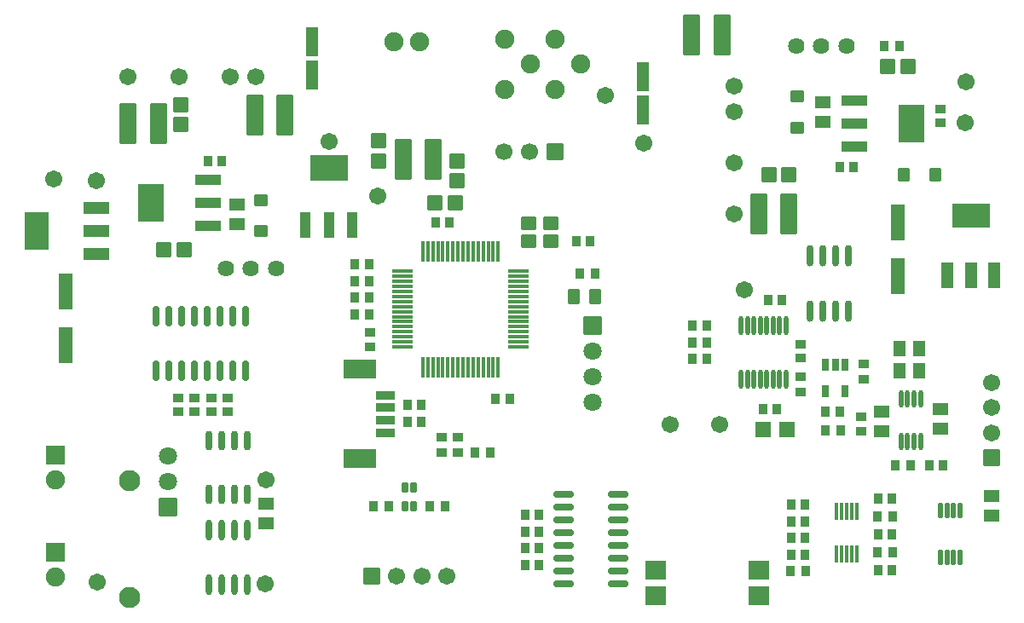
<source format=gts>
G04 Layer: TopSolderMaskLayer*
G04 EasyEDA Pro v2.2.42.2, 2025-09-26 15:24:21*
G04 Gerber Generator version 0.3*
G04 Scale: 100 percent, Rotated: No, Reflected: No*
G04 Dimensions in millimeters*
G04 Leading zeros omitted, absolute positions, 4 integers and 5 decimals*
G04 Generated by one-click*
%FSLAX45Y45*%
%MOMM*%
%AMRoundRect*1,1,$1,$2,$3*1,1,$1,$4,$5*1,1,$1,0-$2,0-$3*1,1,$1,0-$4,0-$5*20,1,$1,$2,$3,$4,$5,0*20,1,$1,$4,$5,0-$2,0-$3,0*20,1,$1,0-$2,0-$3,0-$4,0-$5,0*20,1,$1,0-$4,0-$5,$2,$3,0*4,1,4,$2,$3,$4,$5,0-$2,0-$3,0-$4,0-$5,$2,$3,0*%
%ADD10C,1.7032*%
%ADD11RoundRect,0.09131X-0.40514X0.45514X0.40514X0.45514*%
%ADD12RoundRect,0.09131X-0.45514X-0.40514X-0.45514X0.40514*%
%ADD13RoundRect,0.09495X-0.70833X0.67833X0.70833X0.67833*%
%ADD14RoundRect,0.09495X-0.67833X-0.70833X-0.67833X0.70833*%
%ADD15RoundRect,0.09499X-0.7533X0.68275X0.7533X0.68275*%
%ADD16RoundRect,0.09502X-0.9025X-0.9025X-0.9025X0.9025*%
%ADD17C,1.90002*%
%ADD18RoundRect,0.09302X-0.60429X-0.50429X-0.60429X0.50429*%
%ADD19RoundRect,0.0937X-0.50429X0.60429X0.50429X0.60429*%
%ADD20RoundRect,0.09302X-0.50429X0.60429X0.50429X0.60429*%
%ADD21C,2.1016*%
%ADD22RoundRect,0.09588X-0.80286X1.95286X0.80286X1.95286*%
%ADD23RoundRect,0.09131X-0.40514X0.43715X0.40514X0.43715*%
%ADD24RoundRect,0.09131X-0.43715X-0.40514X-0.43715X0.40514*%
%ADD25RoundRect,0.09302X-0.50429X0.70406X0.50429X0.70406*%
%ADD26O,0.7316X1.9666*%
%ADD27RoundRect,0.09618X-0.85271X-0.85271X-0.85271X0.85271*%
%ADD28C,1.8016*%
%ADD29RoundRect,0.09138X-0.43711X-0.40835X-0.43711X0.40835*%
%ADD30RoundRect,0.09138X-0.40835X0.43711X0.40835X0.43711*%
%ADD31RoundRect,0.09387X-0.69237X-0.57013X-0.69237X0.57013*%
%ADD32C,1.6256*%
%ADD33RoundRect,0.09387X-0.57013X0.69237X0.57013X0.69237*%
%ADD34O,2.1016X0.4016*%
%ADD35O,0.4016X2.1016*%
%ADD36RoundRect,0.09447X-0.80278X0.80278X0.80278X0.80278*%
%ADD37C,1.70002*%
%ADD38C,1.7016*%
%ADD39RoundRect,0.09368X-0.55396X-1.40396X-0.55396X1.40396*%
%ADD40RoundRect,0.09288X-1.23936X0.49437X1.23936X0.49437*%
%ADD41RoundRect,0.09774X-1.23693X1.80193X1.23693X1.80193*%
%ADD42O,0.4572X1.9164*%
%ADD43O,0.68961X2.1466*%
%ADD44RoundRect,0.08875X-0.30643X-0.55642X-0.30643X0.55642*%
%ADD45RoundRect,0.09562X-0.80299X-0.76499X-0.80299X0.76499*%
%ADD46O,0.38161X1.72161*%
%ADD47O,2.07259X0.70361*%
%ADD48RoundRect,0.09645X-1.00257X-0.90257X-1.00257X0.90257*%
%ADD49RoundRect,0.09288X-0.49437X-1.23936X-0.49437X1.23936*%
%ADD50RoundRect,0.09774X-1.80193X-1.23693X-1.80193X1.23693*%
%ADD51RoundRect,0.09002X-0.905X-0.405X-0.905X0.405*%
%ADD52RoundRect,0.09502X-1.5525X-0.9025X-1.5525X0.9025*%
%ADD53RoundRect,0.15487X-0.24817X0.39917X0.24817X0.39917*%
%ADD54RoundRect,0.09424X-0.70368X0.60368X0.70368X0.60368*%
%ADD55O,0.70361X2.07259*%
%ADD56RoundRect,0.09424X-0.60368X-1.75367X-0.60368X1.75367*%
%ADD57RoundRect,0.09368X-0.55396X-1.25396X-0.55396X1.25396*%
%ADD58RoundRect,0.09754X-1.80203X-1.17203X-1.80203X1.17203*%
%ADD59RoundRect,0.09368X-1.25396X0.55396X1.25396X0.55396*%
%ADD60RoundRect,0.09754X-1.17203X1.80203X1.17203X1.80203*%
%ADD61O,0.46561X1.7636*%
%ADD62RoundRect,0.09562X-0.76499X0.80299X0.76499X0.80299*%
%ADD63C,1.9016*%
%ADD64O,0.67X2.05181*%
%ADD65RoundRect,0.08466X-0.21147X0.70697X0.21147X0.70697*%
G75*


G04 Pad Start*
G54D10*
G01X5873208Y-1067180D03*
G54D11*
G01X4184498Y-2324100D03*
G01X4324502Y-2324100D03*
G54D12*
G01X3530600Y-3562502D03*
G01X3530600Y-3422498D03*
G54D11*
G01X4921402Y-4076700D03*
G01X4781398Y-4076700D03*
G54D13*
G01X4179900Y-2133600D03*
G01X4379900Y-2133600D03*
G54D14*
G01X4394200Y-1716100D03*
G01X4394200Y-1916100D03*
G01X3616634Y-1713563D03*
G01X3616634Y-1513563D03*
G54D11*
G01X8337702Y-1778000D03*
G01X8197698Y-1778000D03*
G54D13*
G01X8677215Y-780448D03*
G01X8877215Y-780448D03*
G54D12*
G01X9194800Y-1340002D03*
G01X9194800Y-1199998D03*
G54D11*
G01X1923898Y-1714500D03*
G01X2063902Y-1714500D03*
G54D13*
G01X1687297Y-2598715D03*
G01X1487297Y-2598715D03*
G54D11*
G01X7486498Y-3098800D03*
G01X7626502Y-3098800D03*
G54D12*
G01X7810500Y-3676802D03*
G01X7810500Y-3536798D03*
G54D11*
G01X8718702Y-5067300D03*
G01X8578698Y-5067300D03*
G01X8578698Y-5778500D03*
G01X8718702Y-5778500D03*
G01X7434148Y-4177759D03*
G01X7574153Y-4177759D03*
G54D15*
G01X7676490Y-4383750D03*
G01X7436510Y-4383750D03*
G54D16*
G01X406400Y-4637507D03*
G54D17*
G01X406400Y-4887493D03*
G54D16*
G01X406400Y-5602707D03*
G54D17*
G01X406400Y-5852693D03*
G54D18*
G01X7772400Y-1076909D03*
G01X7772400Y-1386891D03*
G54D20*
G01X9146591Y-1854200D03*
G01X8836609Y-1854200D03*
G54D18*
G01X2451100Y-2415591D03*
G01X2451100Y-2105609D03*
G54D21*
G01X1143000Y-4893691D03*
G01X1143000Y-6053709D03*
G54D22*
G01X4163212Y-1701800D03*
G01X3863188Y-1701800D03*
G54D23*
G01X3905110Y-4305300D03*
G01X4045090Y-4305300D03*
G01X3905110Y-4140200D03*
G01X4045090Y-4140200D03*
G54D22*
G01X6729567Y-461340D03*
G01X7029592Y-461340D03*
G01X7394743Y-2239340D03*
G01X7694767Y-2239340D03*
G01X2690012Y-1257300D03*
G01X2389988Y-1257300D03*
G01X1132688Y-1346200D03*
G01X1432712Y-1346200D03*
G54D23*
G01X6877190Y-3683000D03*
G01X6737210Y-3683000D03*
G01X6877190Y-3517900D03*
G01X6737210Y-3517900D03*
G01X6877190Y-3352800D03*
G01X6737210Y-3352800D03*
G01X7855090Y-5461000D03*
G01X7715110Y-5461000D03*
G01X7855090Y-5626100D03*
G01X7715110Y-5626100D03*
G01X7855090Y-5130800D03*
G01X7715110Y-5130800D03*
G01X7855090Y-5295900D03*
G01X7715110Y-5295900D03*
G01X5073510Y-5727700D03*
G01X5213490Y-5727700D03*
G01X5073510Y-5562600D03*
G01X5213490Y-5562600D03*
G01X5071868Y-5396948D03*
G01X5211848Y-5396948D03*
G01X5073510Y-5232400D03*
G01X5213490Y-5232400D03*
G54D24*
G01X2120900Y-4070210D03*
G01X2120900Y-4210190D03*
G01X1790700Y-4070210D03*
G01X1790700Y-4210190D03*
G01X1955800Y-4070210D03*
G01X1955800Y-4210190D03*
G01X1625600Y-4070210D03*
G01X1625600Y-4210190D03*
G54D23*
G01X3384410Y-2908300D03*
G01X3524390Y-2908300D03*
G01X3384410Y-3238500D03*
G01X3524390Y-3238500D03*
G01X3384410Y-2743200D03*
G01X3524390Y-2743200D03*
G01X3384410Y-3073400D03*
G01X3524390Y-3073400D03*
G54D25*
G01X5559171Y-3060700D03*
G01X5769229Y-3060700D03*
G54D26*
G01X2311400Y-4494251D03*
G01X2184400Y-4494251D03*
G01X2057400Y-4494251D03*
G01X1930400Y-4494251D03*
G01X2311400Y-5030749D03*
G01X2184400Y-5030749D03*
G01X2057400Y-5030749D03*
G01X1930400Y-5030749D03*
G54D27*
G01X1529406Y-5154381D03*
G54D28*
G01X1529406Y-4900381D03*
G01X1529406Y-4646381D03*
G54D29*
G01X4406900Y-4458564D03*
G01X4406900Y-4609236D03*
G01X4241800Y-4458564D03*
G01X4241800Y-4609236D03*
G54D30*
G01X5614264Y-2832100D03*
G01X5764936Y-2832100D03*
G54D31*
G01X8026400Y-1331900D03*
G01X8026400Y-1131900D03*
G54D32*
G01X8013687Y-571500D03*
G01X8263700Y-571500D03*
G01X7763701Y-571500D03*
G54D31*
G01X2209800Y-2147900D03*
G01X2209800Y-2347900D03*
G54D32*
G01X2349487Y-2781300D03*
G01X2599500Y-2781300D03*
G01X2099501Y-2781300D03*
G54D33*
G01X8790000Y-3797300D03*
G01X8990000Y-3797300D03*
G54D30*
G01X8573364Y-5245100D03*
G01X8724036Y-5245100D03*
G01X8573364Y-5600700D03*
G01X8724036Y-5600700D03*
G01X7860436Y-5791200D03*
G01X7709764Y-5791200D03*
G54D34*
G01X5007280Y-2812694D03*
G01X5007280Y-2862707D03*
G01X5007280Y-2912694D03*
G01X5007280Y-2962707D03*
G01X5007280Y-3012694D03*
G01X5007280Y-3062707D03*
G01X5007280Y-3112694D03*
G01X5007280Y-3162706D03*
G01X5007280Y-3212694D03*
G01X5007280Y-3262706D03*
G01X5007280Y-3312693D03*
G01X5007280Y-3362706D03*
G01X5007280Y-3412693D03*
G01X5007280Y-3462706D03*
G01X5007280Y-3512693D03*
G01X5007280Y-3562706D03*
G54D35*
G01X4807306Y-3762680D03*
G01X4757293Y-3762680D03*
G01X4707306Y-3762680D03*
G01X4657293Y-3762680D03*
G01X4607306Y-3762680D03*
G01X4557293Y-3762680D03*
G01X4507306Y-3762680D03*
G01X4457294Y-3762680D03*
G01X4407306Y-3762680D03*
G01X4357294Y-3762680D03*
G01X4307307Y-3762680D03*
G01X4257294Y-3762680D03*
G01X4207307Y-3762680D03*
G01X4157294Y-3762680D03*
G01X4107307Y-3762680D03*
G01X4057294Y-3762680D03*
G54D34*
G01X3857320Y-3562706D03*
G01X3857320Y-3512693D03*
G01X3857320Y-3462706D03*
G01X3857320Y-3412693D03*
G01X3857320Y-3362706D03*
G01X3857320Y-3312693D03*
G01X3857320Y-3262706D03*
G01X3857320Y-3212694D03*
G01X3857320Y-3162706D03*
G01X3857320Y-3112694D03*
G01X3857320Y-3062707D03*
G01X3857320Y-3012694D03*
G01X3857320Y-2962707D03*
G01X3857320Y-2912694D03*
G01X3857320Y-2862707D03*
G01X3857320Y-2812694D03*
G54D35*
G01X4057294Y-2612720D03*
G01X4107307Y-2612720D03*
G01X4157294Y-2612720D03*
G01X4207307Y-2612720D03*
G01X4257294Y-2612720D03*
G01X4307307Y-2612720D03*
G01X4357294Y-2612720D03*
G01X4407306Y-2612720D03*
G01X4457294Y-2612720D03*
G01X4507306Y-2612720D03*
G01X4557293Y-2612720D03*
G01X4607306Y-2612720D03*
G01X4657293Y-2612720D03*
G01X4707306Y-2612720D03*
G01X4757293Y-2612720D03*
G01X4807306Y-2612720D03*
G54D17*
G01X4874966Y-503131D03*
G01X5374965Y-503131D03*
G01X5124978Y-753118D03*
G01X5624977Y-753118D03*
G01X4874966Y-1003130D03*
G01X5374965Y-1003130D03*
G54D36*
G01X5372100Y-1625600D03*
G54D37*
G01X5118100Y-1625600D03*
G01X4864100Y-1625600D03*
G54D38*
G01X7146280Y-969340D03*
G01X7146280Y-1223340D03*
G01X7146280Y-1731340D03*
G01X7146280Y-2239340D03*
G54D39*
G01X6244580Y-879488D03*
G01X6244580Y-1211593D03*
G54D40*
G01X8339811Y-1116203D03*
G01X8339811Y-1346200D03*
G01X8339811Y-1576197D03*
G54D41*
G01X8906789Y-1346200D03*
G54D38*
G01X2400300Y-876300D03*
G01X2146300Y-876300D03*
G01X1638300Y-876300D03*
G01X1130300Y-876300D03*
G54D39*
G01X2959100Y-864552D03*
G01X2959100Y-532447D03*
G54D40*
G01X1921789Y-2363597D03*
G01X1921789Y-2133600D03*
G01X1921789Y-1903603D03*
G54D41*
G01X1354811Y-2133600D03*
G54D42*
G01X7664450Y-3354019D03*
G01X7600950Y-3354019D03*
G01X7537450Y-3354019D03*
G01X7473950Y-3354019D03*
G01X7410450Y-3354019D03*
G01X7346950Y-3354019D03*
G01X7283450Y-3354019D03*
G01X7219950Y-3354019D03*
G01X7664450Y-3884981D03*
G01X7600950Y-3884981D03*
G01X7537450Y-3884981D03*
G01X7473950Y-3884981D03*
G01X7410450Y-3884981D03*
G01X7346950Y-3884981D03*
G01X7283450Y-3884981D03*
G01X7219950Y-3884981D03*
G54D43*
G01X8280400Y-2656459D03*
G01X8153400Y-2656459D03*
G01X8026400Y-2656459D03*
G01X7899400Y-2656459D03*
G01X8280400Y-3210941D03*
G01X8153400Y-3210941D03*
G01X8026400Y-3210941D03*
G01X7899400Y-3210941D03*
G54D44*
G01X8248396Y-4003510D03*
G01X8058404Y-4003510D03*
G01X8058404Y-3743490D03*
G01X8153400Y-3743490D03*
G01X8248396Y-3743490D03*
G54D38*
G01X9702800Y-3917594D03*
G01X9702800Y-4167607D03*
G01X9702800Y-4417593D03*
G54D45*
G01X9702800Y-4667606D03*
G54D46*
G01X8167700Y-5621198D03*
G01X8217713Y-5621198D03*
G01X8267700Y-5621198D03*
G01X8317713Y-5621198D03*
G01X8367700Y-5621198D03*
G01X8167700Y-5199202D03*
G01X8217713Y-5199202D03*
G01X8267700Y-5199202D03*
G01X8317713Y-5199202D03*
G01X8367700Y-5199202D03*
G54D47*
G01X5454142Y-5029200D03*
G01X5454142Y-5156200D03*
G01X5454142Y-5283200D03*
G01X5454142Y-5410200D03*
G01X5454142Y-5537200D03*
G01X5454142Y-5664200D03*
G01X5454142Y-5791200D03*
G01X5454142Y-5918200D03*
G01X6001258Y-5029200D03*
G01X6001258Y-5156200D03*
G01X6001258Y-5283200D03*
G01X6001258Y-5410200D03*
G01X6001258Y-5537200D03*
G01X6001258Y-5664200D03*
G01X6001258Y-5791200D03*
G01X6001258Y-5918200D03*
G54D48*
G01X6373404Y-5778500D03*
G01X6373404Y-6032500D03*
G01X7393417Y-6032500D03*
G01X7393417Y-5778500D03*
G54D49*
G01X2894203Y-2353589D03*
G01X3124200Y-2353589D03*
G01X3354197Y-2353589D03*
G54D50*
G01X3124200Y-1786611D03*
G54D51*
G01X3682627Y-4041584D03*
G01X3682627Y-4166603D03*
G01X3682627Y-4291597D03*
G01X3682627Y-4416590D03*
G54D52*
G01X3429376Y-3786594D03*
G01X3429376Y-4671606D03*
G54D27*
G01X5740400Y-3352800D03*
G54D28*
G01X5740400Y-3606800D03*
G01X5740400Y-3860800D03*
G01X5740400Y-4114800D03*
G54D53*
G01X3964305Y-5147099D03*
G01X3884295Y-5147097D03*
G01X3884295Y-4962101D03*
G01X3964305Y-4962101D03*
G54D30*
G01X4572864Y-4610100D03*
G01X4723536Y-4610100D03*
G01X3720236Y-5143500D03*
G01X3569564Y-5143500D03*
G01X4128364Y-5143500D03*
G01X4279036Y-5143500D03*
G54D11*
G01X5581498Y-2514600D03*
G01X5721502Y-2514600D03*
G54D54*
G01X5329707Y-2338197D03*
G01X5109693Y-2338197D03*
G01X5109693Y-2513203D03*
G01X5329707Y-2513203D03*
G54D13*
G01X7694600Y-1854200D03*
G01X7494600Y-1854200D03*
G54D14*
G01X1651000Y-1357300D03*
G01X1651000Y-1157300D03*
G54D11*
G01X8718702Y-5422900D03*
G01X8578698Y-5422900D03*
G54D55*
G01X2298700Y-3257042D03*
G01X2171700Y-3257042D03*
G01X2044700Y-3257042D03*
G01X1917700Y-3257042D03*
G01X1790700Y-3257042D03*
G01X1663700Y-3257042D03*
G01X1536700Y-3257042D03*
G01X1409700Y-3257042D03*
G01X2298700Y-3804158D03*
G01X2171700Y-3804158D03*
G01X2044700Y-3804158D03*
G01X1917700Y-3804158D03*
G01X1790700Y-3804158D03*
G01X1663700Y-3804158D03*
G01X1536700Y-3804158D03*
G01X1409700Y-3804158D03*
G54D56*
G01X8775687Y-2857787D03*
G01X8775687Y-2323803D03*
G01X507987Y-3543587D03*
G01X507987Y-3009603D03*
G54D30*
G01X8636864Y-571500D03*
G01X8787536Y-571500D03*
G54D57*
G01X9269603Y-2849695D03*
G01X9499600Y-2849695D03*
G01X9729597Y-2849695D03*
G54D58*
G01X9499600Y-2255703D03*
G54D59*
G01X817695Y-2642997D03*
G01X817695Y-2413000D03*
G01X817695Y-2183003D03*
G54D60*
G01X223703Y-2413000D03*
G54D11*
G01X9086698Y-4737100D03*
G01X9226702Y-4737100D03*
G54D29*
G01X7810500Y-4012336D03*
G01X7810500Y-3861664D03*
G54D30*
G01X8901836Y-4737100D03*
G01X8751164Y-4737100D03*
G54D61*
G01X9000211Y-4079494D03*
G01X8935187Y-4079494D03*
G01X8870188Y-4079494D03*
G01X8805189Y-4079494D03*
G01X9000211Y-4505706D03*
G01X8935187Y-4505706D03*
G01X8870188Y-4505706D03*
G01X8805189Y-4505706D03*
G54D38*
G01X4299306Y-5842000D03*
G01X4049293Y-5842000D03*
G01X3799307Y-5842000D03*
G54D62*
G01X3549294Y-5842000D03*
G54D63*
G01X3773805Y-533400D03*
G01X4023995Y-533400D03*
G54D38*
G01X7001408Y-4330700D03*
G01X6511392Y-4330700D03*
G54D10*
G01X3613019Y-2068690D03*
G01X3128890Y-1522590D03*
G01X9443930Y-1338285D03*
G01X817413Y-1913781D03*
G01X6248604Y-1535763D03*
G01X9449004Y-925805D03*
G01X393904Y-1896930D03*
G01X7249598Y-2994514D03*
G54D31*
G01X2501900Y-5319700D03*
G01X2501900Y-5119700D03*
G54D64*
G01X2311400Y-5380990D03*
G01X2184400Y-5380990D03*
G01X2057400Y-5380990D03*
G01X1930400Y-5380990D03*
G01X2311400Y-5922010D03*
G01X2184400Y-5922010D03*
G01X2057400Y-5922010D03*
G01X1930400Y-5922010D03*
G54D11*
G01X8057998Y-4203700D03*
G01X8198002Y-4203700D03*
G54D29*
G01X8432800Y-3734664D03*
G01X8432800Y-3885336D03*
G54D30*
G01X8203336Y-4394200D03*
G01X8052664Y-4394200D03*
G54D33*
G01X8790000Y-3581400D03*
G01X8990000Y-3581400D03*
G54D10*
G01X822265Y-5902968D03*
G01X2489402Y-5919112D03*
G01X2501664Y-4885685D03*
G54D31*
G01X9702800Y-5043500D03*
G01X9702800Y-5243500D03*
G54D12*
G01X8407400Y-4400702D03*
G01X8407400Y-4260698D03*
G54D31*
G01X8610600Y-4205300D03*
G01X8610600Y-4405300D03*
G01X9194800Y-4379900D03*
G01X9194800Y-4179900D03*
G54D65*
G01X9393911Y-5192903D03*
G01X9328912Y-5192903D03*
G01X9263888Y-5192903D03*
G01X9198889Y-5192903D03*
G01X9198889Y-5652897D03*
G01X9263888Y-5652897D03*
G01X9328912Y-5652897D03*
G01X9393911Y-5652897D03*
G04 Pad End*

M02*


</source>
